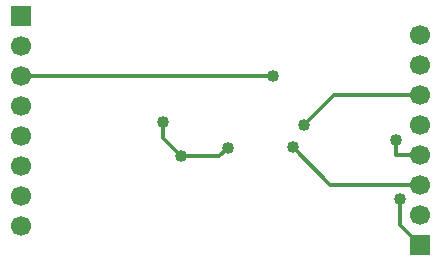
<source format=gbr>
G04 DipTrace 3.1.0.1*
G04 Bottom.gbr*
%MOIN*%
G04 #@! TF.FileFunction,Copper,L2,Bot*
G04 #@! TF.Part,Single*
G04 #@! TA.AperFunction,Conductor*
%ADD13C,0.012992*%
G04 #@! TA.AperFunction,ComponentPad*
%ADD16R,0.066929X0.066929*%
%ADD17C,0.066929*%
G04 #@! TA.AperFunction,ViaPad*
%ADD18C,0.04*%
%FSLAX26Y26*%
G04*
G70*
G90*
G75*
G01*
G04 Bottom*
%LPD*%
X1063357Y1017617D2*
D13*
Y961432D1*
X1123361Y901428D1*
X1251207D1*
X1279770Y929991D1*
X1429101Y1169755D2*
X588357D1*
X1534101Y1006763D2*
X1634593Y1107255D1*
X1919607D1*
X1840668Y955582D2*
Y907255D1*
X1919607D1*
X1495597Y931369D2*
X1619711Y807255D1*
X1919607D1*
X1853152Y760263D2*
Y673710D1*
X1919607Y607255D1*
D18*
X1279770Y929991D3*
X1063357Y1017617D3*
X1123361Y901428D3*
X1429101Y1169755D3*
X1534101Y1006763D3*
X1840668Y955582D3*
X1495597Y931369D3*
X1853152Y760263D3*
D16*
X588357Y1369755D3*
D17*
Y1269755D3*
Y1169755D3*
Y1069755D3*
Y969755D3*
Y869755D3*
Y769755D3*
Y669755D3*
D16*
X1919607Y607255D3*
D17*
Y707255D3*
Y807255D3*
Y907255D3*
Y1007255D3*
Y1107255D3*
Y1207255D3*
Y1307255D3*
M02*

</source>
